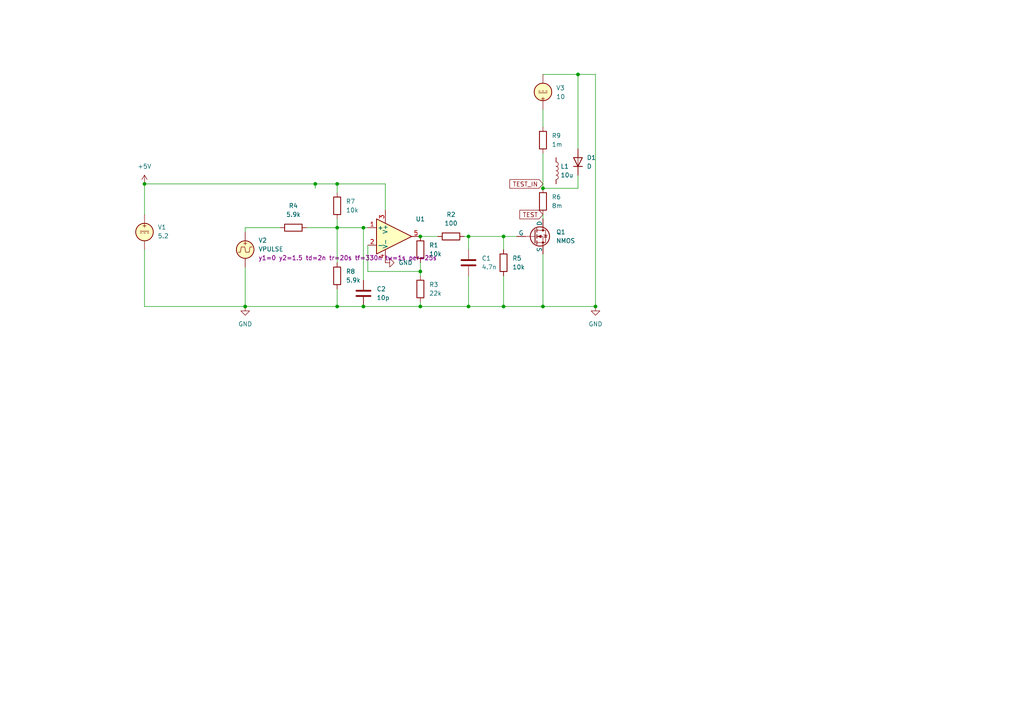
<source format=kicad_sch>
(kicad_sch (version 20231120) (generator "eeschema") (generator_version "8.0")
  (paper "A4")
  (lib_symbols
    (symbol "Device:C" (pin_numbers hide) (pin_names (offset 0.254))
      (property "Reference" "C" (at 0.635 2.54 0))
      (property "Value" "C" (at 0.635 -2.54 0))
      (symbol "C_0_1"
        (polyline (pts (xy -2.032 -0.762) (xy 2.032 -0.762)) (stroke (width 0.508)))
        (polyline (pts (xy -2.032 0.762) (xy 2.032 0.762)) (stroke (width 0.508)))
      )
      (symbol "C_1_1"
        (pin passive line (at 0 3.81 270) (length 2.794) (name "~") (number "1"))
        (pin passive line (at 0 -3.81 90) (length 2.794) (name "~") (number "2"))
      )
    )
    (symbol "Device:D" (pin_numbers hide) (pin_names (offset 1.016) hide)
      (property "Reference" "D" (at 0 2.54 0))
      (property "Value" "D" (at 0 -2.54 0))
      (symbol "D_0_1"
        (polyline (pts (xy -1.27 1.27) (xy -1.27 -1.27)) (stroke (width 0.254)))
        (polyline (pts (xy 1.27 0) (xy -1.27 0)))
        (polyline (pts (xy 1.27 1.27) (xy 1.27 -1.27) (xy -1.27 0) (xy 1.27 1.27)) (stroke (width 0.254)))
      )
      (symbol "D_1_1"
        (pin passive line (at -3.81 0 0) (length 2.54) (name "K") (number "1"))
        (pin passive line (at 3.81 0 180) (length 2.54) (name "A") (number "2"))
      )
    )
    (symbol "Device:L" (pin_numbers hide) (pin_names (offset 1.016) hide)
      (property "Reference" "L" (at -1.27 0 90))
      (property "Value" "L" (at 1.905 0 90))
      (symbol "L_0_1"
        (arc (start 0 -2.54) (mid 0.6323 -1.905) (end 0 -1.27))
        (arc (start 0 -1.27) (mid 0.6323 -0.635) (end 0 0))
        (arc (start 0 0) (mid 0.6323 0.635) (end 0 1.27))
        (arc (start 0 1.27) (mid 0.6323 1.905) (end 0 2.54))
      )
      (symbol "L_1_1"
        (pin passive line (at 0 3.81 270) (length 1.27) (name "1") (number "1"))
        (pin passive line (at 0 -3.81 90) (length 1.27) (name "2") (number "2"))
      )
    )
    (symbol "Device:R" (pin_numbers hide) (pin_names (offset 0))
      (property "Reference" "R" (at 2.032 0 90))
      (property "Value" "R" (at 0 0 90))
      (symbol "R_0_1"
        (rectangle (start -1.016 -2.54) (end 1.016 2.54) (stroke (width 0.254)))
      )
      (symbol "R_1_1"
        (pin passive line (at 0 3.81 270) (length 1.27) (name "~") (number "1"))
        (pin passive line (at 0 -3.81 90) (length 1.27) (name "~") (number "2"))
      )
    )
    (symbol "Simulation_SPICE:NMOS" (pin_numbers hide) (pin_names (offset 0))
      (property "Reference" "Q" (at 5.08 1.27 0))
      (property "Value" "NMOS" (at 5.08 -1.27 0))
      (symbol "NMOS_0_1"
        (polyline (pts (xy 0.254 0) (xy -2.54 0)))
        (polyline (pts (xy 0.254 1.905) (xy 0.254 -1.905)) (stroke (width 0.254)))
        (polyline (pts (xy 0.762 -1.27) (xy 0.762 -2.286)) (stroke (width 0.254)))
        (polyline (pts (xy 0.762 0.508) (xy 0.762 -0.508)) (stroke (width 0.254)))
        (polyline (pts (xy 0.762 2.286) (xy 0.762 1.27)) (stroke (width 0.254)))
        (polyline (pts (xy 2.54 2.54) (xy 2.54 1.778)))
        (polyline (pts (xy 2.54 -2.54) (xy 2.54 0) (xy 0.762 0)))
        (polyline (pts (xy 0.762 -1.778) (xy 3.302 -1.778) (xy 3.302 1.778) (xy 0.762 1.778)))
        (polyline (pts (xy 1.016 0) (xy 2.032 0.381) (xy 2.032 -0.381) (xy 1.016 0)) (fill (type outline)))
        (polyline (pts (xy 2.794 0.508) (xy 2.921 0.381) (xy 3.683 0.381) (xy 3.81 0.254)))
        (polyline (pts (xy 3.302 0.381) (xy 2.921 -0.254) (xy 3.683 -0.254) (xy 3.302 0.381)))
        (circle (center 1.651 0) (radius 2.794) (stroke (width 0.254)))
        (circle (center 2.54 -1.778) (radius 0.254) (fill (type outline)))
        (circle (center 2.54 1.778) (radius 0.254) (fill (type outline)))
      )
      (symbol "NMOS_1_1"
        (pin passive line (at 2.54 5.08 270) (length 2.54) (name "D") (number "1"))
        (pin input line (at -5.08 0 0) (length 2.54) (name "G") (number "2"))
        (pin passive line (at 2.54 -5.08 90) (length 2.54) (name "S") (number "3"))
      )
    )
    (symbol "Simulation_SPICE:OPAMP" (pin_names (offset 0.254))
      (property "Reference" "U" (at 3.81 3.175 0))
      (property "Value" "${SIM.PARAMS}" (at 3.81 -3.175 0))
      (symbol "OPAMP_0_1"
        (polyline (pts (xy 5.08 0) (xy -5.08 5.08) (xy -5.08 -5.08) (xy 5.08 0)) (stroke (width 0.254)) (fill (type background)))
      )
      (symbol "OPAMP_1_1"
        (pin input line (at -7.62 2.54 0) (length 2.54) (name "+") (number "1"))
        (pin input line (at -7.62 -2.54 0) (length 2.54) (name "-") (number "2"))
        (pin power_in line (at -2.54 7.62 270) (length 3.81) (name "V+") (number "3"))
        (pin power_in line (at -2.54 -7.62 90) (length 3.81) (name "V-") (number "4"))
        (pin output line (at 7.62 0 180) (length 2.54) (name "~") (number "5"))
      )
    )
    (symbol "Simulation_SPICE:VDC" (pin_numbers hide) (pin_names (offset 0.0254))
      (property "Reference" "V" (at 2.54 2.54 0))
      (property "Value" "1" (at 2.54 0 0))
      (symbol "VDC_0_0"
        (polyline (pts (xy -1.27 0.254) (xy 1.27 0.254)))
        (polyline (pts (xy -0.762 -0.254) (xy -1.27 -0.254)))
        (polyline (pts (xy 0.254 -0.254) (xy -0.254 -0.254)))
        (polyline (pts (xy 1.27 -0.254) (xy 0.762 -0.254)))
        (text "+" (at 0 1.905 0) (effects (font (size 1.27 1.27))))
      )
      (symbol "VDC_0_1"
        (circle (center 0 0) (radius 2.54) (stroke (width 0.254)) (fill (type background)))
      )
      (symbol "VDC_1_1"
        (pin passive line (at 0 5.08 270) (length 2.54) (name "~") (number "1"))
        (pin passive line (at 0 -5.08 90) (length 2.54) (name "~") (number "2"))
      )
    )
    (symbol "Simulation_SPICE:VPULSE" (pin_numbers hide) (pin_names (offset 0.0254))
      (property "Reference" "V" (at 2.54 2.54 0))
      (property "Value" "VPULSE" (at 2.54 0 0))
      (property "Sim.Params" "y1=0 y2=1 td=2n tr=2n tf=2n tw=50n per=100n" (at 2.54 -2.54 0))
      (symbol "VPULSE_0_0"
        (polyline (pts (xy -2.032 -0.762) (xy -1.397 -0.762) (xy -1.143 0.762) (xy -0.127 0.762) (xy 0.127 -0.762) (xy 1.143 -0.762) (xy 1.397 0.762) (xy 2.032 0.762)))
        (text "+" (at 0 1.905 0) (effects (font (size 1.27 1.27))))
      )
      (symbol "VPULSE_0_1"
        (circle (center 0 0) (radius 2.54) (stroke (width 0.254)) (fill (type background)))
      )
      (symbol "VPULSE_1_1"
        (pin passive line (at 0 5.08 270) (length 2.54) (name "~") (number "1"))
        (pin passive line (at 0 -5.08 90) (length 2.54) (name "~") (number "2"))
      )
    )
    (symbol "power:+5V" (power) (pin_numbers hide) (pin_names (offset 0) hide)
      (property "Value" "+5V" (at 0 3.556 0))
      (symbol "+5V_0_1"
        (polyline (pts (xy -0.762 1.27) (xy 0 2.54)))
        (polyline (pts (xy 0 0) (xy 0 2.54)))
        (polyline (pts (xy 0 2.54) (xy 0.762 1.27)))
      )
      (symbol "+5V_1_1"
        (pin power_in line (at 0 0 90) (length 0) (name "~") (number "1"))
      )
    )
    (symbol "power:GND" (power) (pin_numbers hide) (pin_names (offset 0) hide)
      (property "Value" "GND" (at 0 -3.81 0))
      (symbol "GND_0_1"
        (polyline (pts (xy 0 0) (xy 0 -1.27) (xy 1.27 -1.27) (xy 0 -2.54) (xy -1.27 -1.27) (xy 0 -1.27)))
      )
      (symbol "GND_1_1"
        (pin power_in line (at 0 0 270) (length 0) (name "~") (number "1"))
      )
    )
  )
  (junction (at 71.12 88.9))
  (junction (at 121.92 78.74))
  (junction (at 97.79 66.04))
  (junction (at 121.92 88.9))
  (junction (at 157.48 54.61))
  (junction (at 135.89 88.9))
  (junction (at 91.44 53.34))
  (junction (at 41.91 53.34))
  (junction (at 105.41 88.9))
  (junction (at 146.05 88.9))
  (junction (at 121.92 68.58))
  (junction (at 97.79 53.34))
  (junction (at 167.64 21.59))
  (junction (at 105.41 66.04))
  (junction (at 157.48 88.9))
  (junction (at 135.89 68.58))
  (junction (at 146.05 68.58))
  (junction (at 97.79 88.9))
  (junction (at 172.72 88.9))
  (wire (pts (xy 135.89 68.58) (xy 146.05 68.58)))
  (wire (pts (xy 41.91 53.34) (xy 91.44 53.34)))
  (wire (pts (xy 91.44 53.34) (xy 91.44 54.61)))
  (wire (pts (xy 97.79 63.5) (xy 97.79 66.04)))
  (wire (pts (xy 97.79 53.34) (xy 97.79 55.88)))
  (wire (pts (xy 71.12 66.04) (xy 81.28 66.04)))
  (wire (pts (xy 135.89 80.01) (xy 135.89 88.9)))
  (wire (pts (xy 157.48 21.59) (xy 167.64 21.59)))
  (wire (pts (xy 146.05 88.9) (xy 135.89 88.9)))
  (wire (pts (xy 121.92 88.9) (xy 135.89 88.9)))
  (wire (pts (xy 146.05 88.9) (xy 157.48 88.9)))
  (wire (pts (xy 97.79 53.34) (xy 111.76 53.34)))
  (wire (pts (xy 91.44 53.34) (xy 97.79 53.34)))
  (wire (pts (xy 105.41 88.9) (xy 121.92 88.9)))
  (wire (pts (xy 149.86 68.58) (xy 146.05 68.58)))
  (wire (pts (xy 157.48 73.66) (xy 157.48 88.9)))
  (wire (pts (xy 157.48 54.61) (xy 167.64 54.61)))
  (wire (pts (xy 71.12 77.47) (xy 71.12 88.9)))
  (wire (pts (xy 157.48 62.23) (xy 157.48 63.5)))
  (wire (pts (xy 121.92 68.58) (xy 127 68.58)))
  (wire (pts (xy 41.91 72.39) (xy 41.91 88.9)))
  (wire (pts (xy 97.79 88.9) (xy 105.41 88.9)))
  (wire (pts (xy 167.64 54.61) (xy 167.64 50.8)))
  (wire (pts (xy 121.92 88.9) (xy 121.92 87.63)))
  (wire (pts (xy 157.48 31.75) (xy 157.48 36.83)))
  (wire (pts (xy 41.91 88.9) (xy 71.12 88.9)))
  (wire (pts (xy 172.72 21.59) (xy 172.72 88.9)))
  (wire (pts (xy 167.64 21.59) (xy 167.64 43.18)))
  (wire (pts (xy 157.48 44.45) (xy 157.48 54.61)))
  (wire (pts (xy 97.79 83.82) (xy 97.79 88.9)))
  (wire (pts (xy 146.05 80.01) (xy 146.05 88.9)))
  (wire (pts (xy 135.89 68.58) (xy 135.89 72.39)))
  (wire (pts (xy 97.79 66.04) (xy 97.79 76.2)))
  (wire (pts (xy 106.68 78.74) (xy 106.68 71.12)))
  (wire (pts (xy 146.05 72.39) (xy 146.05 68.58)))
  (wire (pts (xy 105.41 66.04) (xy 105.41 81.28)))
  (wire (pts (xy 71.12 88.9) (xy 97.79 88.9)))
  (wire (pts (xy 111.76 53.34) (xy 111.76 60.96)))
  (wire (pts (xy 97.79 66.04) (xy 105.41 66.04)))
  (wire (pts (xy 88.9 66.04) (xy 97.79 66.04)))
  (wire (pts (xy 71.12 66.04) (xy 71.12 67.31)))
  (wire (pts (xy 106.68 78.74) (xy 121.92 78.74)))
  (wire (pts (xy 157.48 88.9) (xy 172.72 88.9)))
  (wire (pts (xy 167.64 21.59) (xy 172.72 21.59)))
  (wire (pts (xy 121.92 78.74) (xy 121.92 76.2)))
  (wire (pts (xy 134.62 68.58) (xy 135.89 68.58)))
  (wire (pts (xy 41.91 62.23) (xy 41.91 53.34)))
  (wire (pts (xy 121.92 80.01) (xy 121.92 78.74)))
  (wire (pts (xy 105.41 66.04) (xy 106.68 66.04)))
  (global_label "TEST_IN" (shape input) (at 157.48 53.34 180) (property "Intersheetrefs" "${INTERSHEET_REFS}" (effects (hide yes))))
  (global_label "TEST" (shape input) (at 157.48 62.23 180) (property "Intersheetrefs" "${INTERSHEET_REFS}" (effects (hide yes))))
  (symbol (lib_id "Device:R") (at 121.92 83.82 0) (unit 1)
    (property "Reference" "R3" (at 124.46 82.5499 0) (effects (justify left)))
    (property "Value" "22k" (at 124.46 85.0899 0) (effects (justify left)))
    (property "Description" "Resistor" (effects (hide yes)))
  )
  (symbol (lib_id "Device:R") (at 130.81 68.58 90) (unit 1)
    (property "Reference" "R2" (at 130.81 62.23 90))
    (property "Value" "100" (at 130.81 64.77 90))
    (property "Description" "Resistor" (effects (hide yes)))
  )
  (symbol (lib_id "Device:C") (at 105.41 85.09 0) (unit 1)
    (property "Reference" "C2" (at 109.22 83.8199 0) (effects (justify left)))
    (property "Value" "10p" (at 109.22 86.3599 0) (effects (justify left)))
    (property "Description" "Unpolarized capacitor" (effects (hide yes)))
  )
  (symbol (lib_id "Simulation_SPICE:OPAMP") (at 114.3 68.58 0) (unit 1)
    (property "Reference" "U1" (at 121.92 63.5314 0))
    (property "Value" "${SIM.PARAMS}" (at 121.92 65.4365 0))
    (property "Datasheet" "https://ngspice.sourceforge.io/docs/ngspice-html-manual/manual.xhtml#sec__SUBCKT_Subcircuits" (effects (hide yes)))
    (property "Description" "Operational amplifier, single, node sequence=1:+ 2:- 3:OUT 4:V+ 5:V-" (effects (hide yes)))
    (property "Sim.Pins" "1=3 2=2 3=4 4=5 5=6" (effects (hide yes)))
    (property "Sim.Device" "SUBCKT" (effects (hide yes)))
    (property "Sim.Library" "/home/maciej/dev/electronics/spice-models/LMV321-N/LMV321.MOD" (effects (hide yes)))
    (property "Sim.Name" "lMV321" (effects (hide yes)))
  )
  (symbol (lib_id "Simulation_SPICE:VDC") (at 41.91 67.31 0) (unit 1)
    (property "Reference" "V1" (at 45.72 65.9101 0) (effects (justify left)))
    (property "Value" "5.2" (at 45.72 68.4501 0) (effects (justify left)))
    (property "Datasheet" "https://ngspice.sourceforge.io/docs/ngspice-html-manual/manual.xhtml#sec_Independent_Sources_for" (effects (hide yes)))
    (property "Description" "Voltage source, DC" (effects (hide yes)))
    (property "Sim.Pins" "1=+ 2=-" (effects (hide yes)))
    (property "Sim.Type" "DC" (effects (hide yes)))
    (property "Sim.Device" "V" (effects (hide yes)))
  )
  (symbol (lib_id "Device:R") (at 157.48 40.64 0) (unit 1)
    (property "Reference" "R9" (at 160.02 39.3699 0) (effects (justify left)))
    (property "Value" "1m" (at 160.02 41.9099 0) (effects (justify left)))
    (property "Description" "Resistor" (effects (hide yes)))
  )
  (symbol (lib_id "Simulation_SPICE:VPULSE") (at 71.12 72.39 0) (unit 1)
    (property "Reference" "V2" (at 74.93 69.7201 0) (effects (justify left)))
    (property "Value" "VPULSE" (at 74.93 72.2601 0) (effects (justify left)))
    (property "Datasheet" "https://ngspice.sourceforge.io/docs/ngspice-html-manual/manual.xhtml#sec_Independent_Sources_for" (effects (hide yes)))
    (property "Description" "Voltage source, pulse" (effects (hide yes)))
    (property "Sim.Pins" "1=+ 2=-" (effects (hide yes)))
    (property "Sim.Type" "PULSE" (effects (hide yes)))
    (property "Sim.Device" "V" (effects (hide yes)))
    (property "Sim.Params" "y1=0 y2=1.5 td=2n tr=20s tf=330n tw=1s per=25s" (at 74.93 74.8001 0) (effects (justify left)))
  )
  (symbol (lib_id "Simulation_SPICE:VDC") (at 157.48 26.67 180) (unit 1)
    (property "Reference" "V3" (at 161.29 25.5297 0) (effects (justify right)))
    (property "Value" "10" (at 161.29 28.0697 0) (effects (justify right)))
    (property "Datasheet" "https://ngspice.sourceforge.io/docs/ngspice-html-manual/manual.xhtml#sec_Independent_Sources_for" (effects (hide yes)))
    (property "Description" "Voltage source, DC" (effects (hide yes)))
    (property "Sim.Pins" "1=+ 2=-" (effects (hide yes)))
    (property "Sim.Type" "DC" (effects (hide yes)))
    (property "Sim.Device" "V" (effects (hide yes)))
  )
  (symbol (lib_id "power:GND") (at 172.72 88.9 0) (unit 1)
    (property "Reference" "#PWR04" (effects (hide yes)))
    (property "Value" "GND" (at 172.72 93.98 0))
    (property "Description" "Power symbol creates a global label with name \"GND\" , ground" (effects (hide yes)))
  )
  (symbol (lib_id "Device:R") (at 85.09 66.04 90) (unit 1)
    (property "Reference" "R4" (at 85.09 59.69 90))
    (property "Value" "5.9k" (at 85.09 62.23 90))
    (property "Description" "Resistor" (effects (hide yes)))
  )
  (symbol (lib_id "Device:R") (at 97.79 59.69 0) (unit 1)
    (property "Reference" "R7" (at 100.33 58.4199 0) (effects (justify left)))
    (property "Value" "10k" (at 100.33 60.9599 0) (effects (justify left)))
    (property "Description" "Resistor" (effects (hide yes)))
  )
  (symbol (lib_id "Device:R") (at 97.79 80.01 0) (unit 1)
    (property "Reference" "R8" (at 100.33 78.7399 0) (effects (justify left)))
    (property "Value" "5.9k" (at 100.33 81.2799 0) (effects (justify left)))
    (property "Description" "Resistor" (effects (hide yes)))
  )
  (symbol (lib_id "power:GND") (at 111.76 76.2 90) (unit 1)
    (property "Reference" "#PWR02" (effects (hide yes)))
    (property "Value" "GND" (at 115.57 76.1999 90) (effects (justify right)))
    (property "Description" "Power symbol creates a global label with name \"GND\" , ground" (effects (hide yes)))
  )
  (symbol (lib_id "power:GND") (at 71.12 88.9 0) (unit 1)
    (property "Reference" "#PWR01" (effects (hide yes)))
    (property "Value" "GND" (at 71.12 93.98 0))
    (property "Description" "Power symbol creates a global label with name \"GND\" , ground" (effects (hide yes)))
  )
  (symbol (lib_id "Device:R") (at 121.92 72.39 0) (unit 1)
    (property "Reference" "R1" (at 124.46 71.1199 0) (effects (justify left)))
    (property "Value" "10k" (at 124.46 73.6599 0) (effects (justify left)))
    (property "Description" "Resistor" (effects (hide yes)))
  )
  (symbol (lib_id "Device:R") (at 146.05 76.2 0) (unit 1)
    (property "Reference" "R5" (at 148.59 74.9299 0) (effects (justify left)))
    (property "Value" "10k" (at 148.59 77.4699 0) (effects (justify left)))
    (property "Description" "Resistor" (effects (hide yes)))
  )
  (symbol (lib_id "Device:R") (at 157.48 58.42 0) (unit 1)
    (property "Reference" "R6" (at 160.02 57.1499 0) (effects (justify left)))
    (property "Value" "8m" (at 160.02 59.6899 0) (effects (justify left)))
    (property "Description" "Resistor" (effects (hide yes)))
  )
  (symbol (lib_id "Simulation_SPICE:NMOS") (at 154.94 68.58 0) (unit 1)
    (property "Reference" "Q1" (at 161.29 67.3099 0) (effects (justify left)))
    (property "Value" "NMOS" (at 161.29 69.8499 0) (effects (justify left)))
    (property "Datasheet" "https://ngspice.sourceforge.io/docs/ngspice-html-manual/manual.xhtml#cha_MOSFETs" (effects (hide yes)))
    (property "Description" "N-MOSFET transistor, drain/source/gate" (effects (hide yes)))
    (property "Sim.Library" "/home/maciej/Downloads/sihl540.lib" (effects (hide yes)))
    (property "Sim.Name" "irl540" (effects (hide yes)))
    (property "Sim.Device" "SUBCKT" (effects (hide yes)))
    (property "Sim.Pins" "1=1 2=2 3=3" (effects (hide yes)))
  )
  (symbol (lib_id "Device:L") (at 161.29 49.53 0) (unit 1) (exclude_from_sim yes)
    (property "Reference" "L1" (at 162.56 48.2599 0) (effects (justify left)))
    (property "Value" "10u" (at 162.56 50.7999 0) (effects (justify left)))
    (property "Description" "Inductor" (effects (hide yes)))
  )
  (symbol (lib_id "Device:C") (at 135.89 76.2 0) (unit 1)
    (property "Reference" "C1" (at 139.7 74.9299 0) (effects (justify left)))
    (property "Value" "4.7n" (at 139.7 77.4699 0) (effects (justify left)))
    (property "Description" "Unpolarized capacitor" (effects (hide yes)))
  )
  (symbol (lib_id "power:+5V") (at 41.91 53.34 0) (unit 1)
    (property "Reference" "#PWR03" (effects (hide yes)))
    (property "Value" "+5V" (at 41.91 48.26 0))
    (property "Description" "Power symbol creates a global label with name \"+5V\"" (effects (hide yes)))
  )
  (symbol (lib_id "Device:D") (at 167.64 46.99 90) (unit 1) (exclude_from_sim yes)
    (property "Reference" "D1" (at 170.18 45.7199 90) (effects (justify right)))
    (property "Value" "D" (at 170.18 48.2599 90) (effects (justify right)))
    (property "Description" "Diode" (effects (hide yes)))
    (property "Sim.Device" "D" (effects (hide yes)))
    (property "Sim.Pins" "1=K 2=A" (effects (hide yes)))
  )
)
</source>
